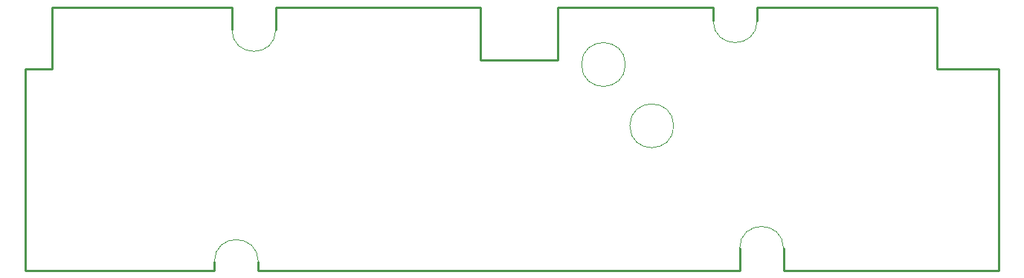
<source format=gko>
%FSLAX25Y25*%
%MOIN*%
G70*
G01*
G75*
G04 Layer_Color=16711935*
%ADD10C,0.05000*%
%ADD11R,0.03937X0.04331*%
%ADD12R,0.04331X0.03937*%
%ADD13R,0.07874X0.03937*%
%ADD14R,0.00984X0.11811*%
%ADD15R,0.07480X0.07480*%
%ADD16R,0.06890X0.04331*%
%ADD17R,0.06890X0.04331*%
%ADD18R,0.06890X0.13583*%
%ADD19R,0.05906X0.05118*%
%ADD20C,0.06000*%
%ADD21C,0.01969*%
%ADD22C,0.01000*%
%ADD23C,0.01181*%
%ADD24R,0.05000X0.04724*%
%ADD25C,0.02500*%
%ADD26R,0.05000X0.05000*%
%ADD27C,0.04724*%
%ADD28C,0.02756*%
%ADD29R,0.11811X0.03937*%
%ADD30R,0.05709X0.02165*%
%ADD31R,0.05709X0.02165*%
%ADD32R,0.03740X0.03937*%
%ADD33R,0.03937X0.03740*%
%ADD34O,0.09843X0.02756*%
%ADD35R,0.03937X0.11811*%
%ADD36C,0.00984*%
%ADD37C,0.00787*%
%ADD38C,0.00500*%
%ADD39R,0.26000X0.22000*%
%ADD40R,0.22000X0.26000*%
%ADD41C,0.05800*%
%ADD42R,0.04737X0.05131*%
%ADD43R,0.05131X0.04737*%
%ADD44R,0.08674X0.04737*%
%ADD45R,0.01784X0.12611*%
%ADD46R,0.08280X0.08280*%
%ADD47R,0.07690X0.05131*%
%ADD48R,0.07690X0.05131*%
%ADD49R,0.07690X0.14383*%
%ADD50R,0.06706X0.05918*%
%ADD51C,0.06800*%
%ADD52R,0.05800X0.05524*%
%ADD53C,0.03300*%
%ADD54R,0.05800X0.05800*%
%ADD55C,0.05524*%
%ADD56C,0.03556*%
%ADD57R,0.12611X0.04737*%
%ADD58R,0.06509X0.02965*%
%ADD59R,0.06509X0.02965*%
%ADD60R,0.04540X0.04737*%
%ADD61R,0.04737X0.04540*%
%ADD62O,0.10642X0.03556*%
%ADD63R,0.04737X0.12611*%
%ADD64C,0.00600*%
%ADD65C,0.00394*%
%ADD66C,0.02362*%
%ADD67C,0.00800*%
%ADD68R,0.05833X0.03937*%
%ADD69R,0.03937X0.05833*%
%ADD70C,0.00200*%
D22*
X442913Y354331D02*
X523622D01*
X442913Y348425D02*
Y354331D01*
X454724Y236220D02*
X551181D01*
X114961D02*
X199606D01*
X219291D02*
Y240157D01*
X227165Y354331D02*
X318898D01*
X227165Y344488D02*
Y354331D01*
X199606Y236220D02*
Y240157D01*
X435039Y236220D02*
Y246063D01*
X454724Y236220D02*
Y246063D01*
X523622Y326772D02*
X551181D01*
X114961D02*
X126772D01*
Y354331D01*
X523622Y326772D02*
Y354331D01*
X423228Y348425D02*
Y354331D01*
X207480Y344488D02*
Y354331D01*
X353543Y330709D02*
Y354331D01*
X318898Y330709D02*
X353543D01*
Y354331D02*
X423228D01*
X318898Y330709D02*
Y354331D01*
X551181Y236220D02*
Y326772D01*
X126772Y354331D02*
X207480D01*
X114961Y236220D02*
Y326772D01*
X219291Y236220D02*
X435039D01*
D65*
X405512Y301181D02*
G03*
X405512Y301181I-9843J0D01*
G01*
X383858Y328740D02*
G03*
X383858Y328740I-9843J0D01*
G01*
X423228Y348425D02*
G03*
X442913Y348425I9843J0D01*
G01*
X454724Y246063D02*
G03*
X435039Y246063I-9843J0D01*
G01*
X207480Y344488D02*
G03*
X227165Y344488I9843J0D01*
G01*
X219291Y240158D02*
G03*
X199606Y240158I-9843J0D01*
G01*
M02*

</source>
